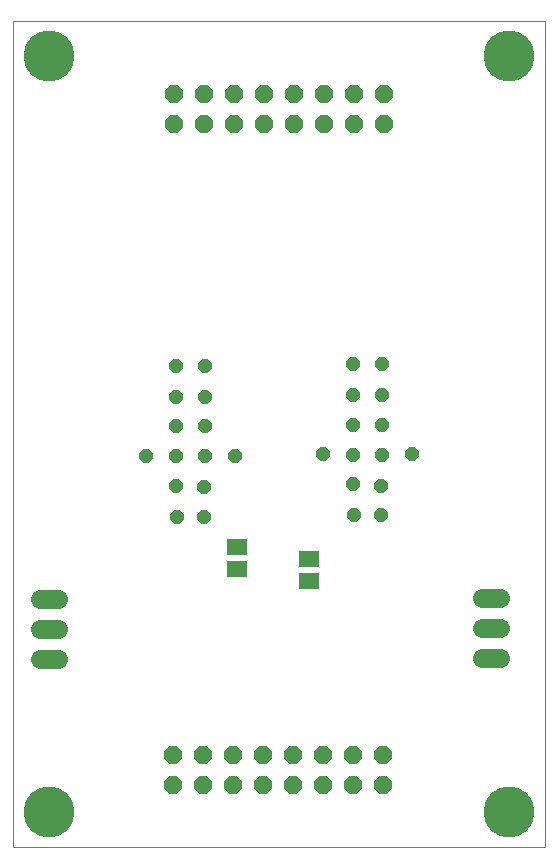
<source format=gts>
G75*
G70*
%OFA0B0*%
%FSLAX24Y24*%
%IPPOS*%
%LPD*%
%AMOC8*
5,1,8,0,0,1.08239X$1,22.5*
%
%ADD10C,0.0000*%
%ADD11OC8,0.0437*%
%ADD12C,0.0640*%
%ADD13OC8,0.0600*%
%ADD14R,0.0670X0.0552*%
%ADD15C,0.1700*%
D10*
X000100Y000100D02*
X000100Y027659D01*
X017817Y027659D01*
X017817Y000100D01*
X000100Y000100D01*
D11*
X005562Y011117D03*
X005512Y012154D03*
X005512Y013142D03*
X005512Y014129D03*
X005512Y015117D03*
X005512Y016154D03*
X006499Y016154D03*
X006499Y015117D03*
X006499Y014129D03*
X006499Y013142D03*
X006449Y012104D03*
X006449Y011117D03*
X007487Y013145D03*
X010430Y013196D03*
X011417Y013193D03*
X011417Y014180D03*
X011417Y015168D03*
X011417Y016205D03*
X012405Y016205D03*
X012405Y015168D03*
X012405Y014180D03*
X012405Y013193D03*
X012355Y012156D03*
X012355Y011168D03*
X011467Y011168D03*
X011417Y012206D03*
X013392Y013196D03*
X004524Y013145D03*
D12*
X001597Y008376D02*
X000997Y008376D01*
X000997Y007376D02*
X001597Y007376D01*
X001597Y006376D02*
X000997Y006376D01*
X015733Y006399D02*
X016333Y006399D01*
X016333Y007399D02*
X015733Y007399D01*
X015733Y008399D02*
X016333Y008399D01*
D13*
X012419Y003179D03*
X012419Y002179D03*
X011419Y002179D03*
X011419Y003179D03*
X010419Y003179D03*
X010419Y002179D03*
X009419Y002179D03*
X009419Y003179D03*
X008419Y003179D03*
X008419Y002179D03*
X007419Y002179D03*
X007419Y003179D03*
X006419Y003179D03*
X006419Y002179D03*
X005419Y002179D03*
X005419Y003179D03*
X005458Y024206D03*
X005458Y025206D03*
X006458Y025206D03*
X006458Y024206D03*
X007458Y024206D03*
X007458Y025206D03*
X008458Y025206D03*
X008458Y024206D03*
X009458Y024206D03*
X009458Y025206D03*
X010458Y025206D03*
X010458Y024206D03*
X011458Y024206D03*
X011458Y025206D03*
X012458Y025206D03*
X012458Y024206D03*
D14*
X007541Y010120D03*
X007541Y009372D03*
X009943Y009726D03*
X009943Y008978D03*
D15*
X016635Y001281D03*
X001281Y001281D03*
X001281Y026478D03*
X016635Y026478D03*
M02*

</source>
